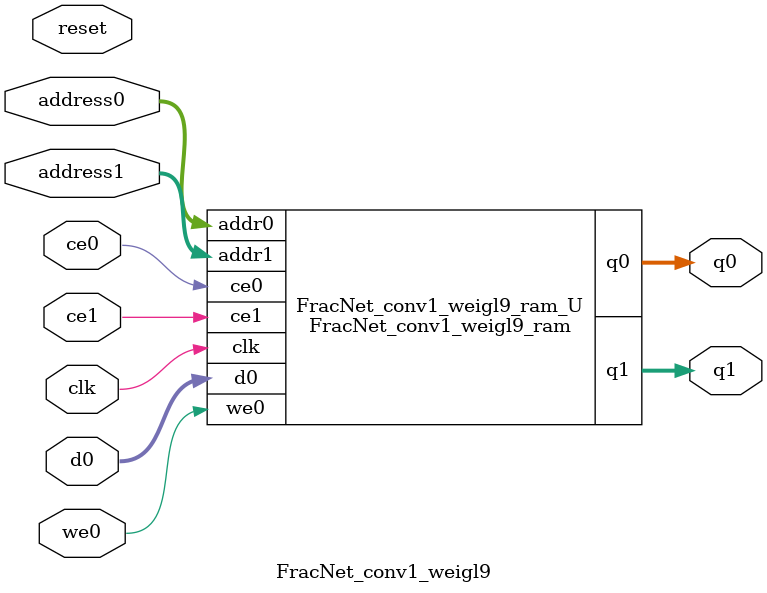
<source format=v>
`timescale 1 ns / 1 ps
module FracNet_conv1_weigl9_ram (addr0, ce0, d0, we0, q0, addr1, ce1, q1,  clk);

parameter DWIDTH = 16;
parameter AWIDTH = 6;
parameter MEM_SIZE = 54;

input[AWIDTH-1:0] addr0;
input ce0;
input[DWIDTH-1:0] d0;
input we0;
output reg[DWIDTH-1:0] q0;
input[AWIDTH-1:0] addr1;
input ce1;
output reg[DWIDTH-1:0] q1;
input clk;

(* ram_style = "distributed" *)reg [DWIDTH-1:0] ram[0:MEM_SIZE-1];




always @(posedge clk)  
begin 
    if (ce0) begin
        if (we0) 
            ram[addr0] <= d0; 
        q0 <= ram[addr0];
    end
end


always @(posedge clk)  
begin 
    if (ce1) begin
        q1 <= ram[addr1];
    end
end


endmodule

`timescale 1 ns / 1 ps
module FracNet_conv1_weigl9(
    reset,
    clk,
    address0,
    ce0,
    we0,
    d0,
    q0,
    address1,
    ce1,
    q1);

parameter DataWidth = 32'd16;
parameter AddressRange = 32'd54;
parameter AddressWidth = 32'd6;
input reset;
input clk;
input[AddressWidth - 1:0] address0;
input ce0;
input we0;
input[DataWidth - 1:0] d0;
output[DataWidth - 1:0] q0;
input[AddressWidth - 1:0] address1;
input ce1;
output[DataWidth - 1:0] q1;



FracNet_conv1_weigl9_ram FracNet_conv1_weigl9_ram_U(
    .clk( clk ),
    .addr0( address0 ),
    .ce0( ce0 ),
    .we0( we0 ),
    .d0( d0 ),
    .q0( q0 ),
    .addr1( address1 ),
    .ce1( ce1 ),
    .q1( q1 ));

endmodule


</source>
